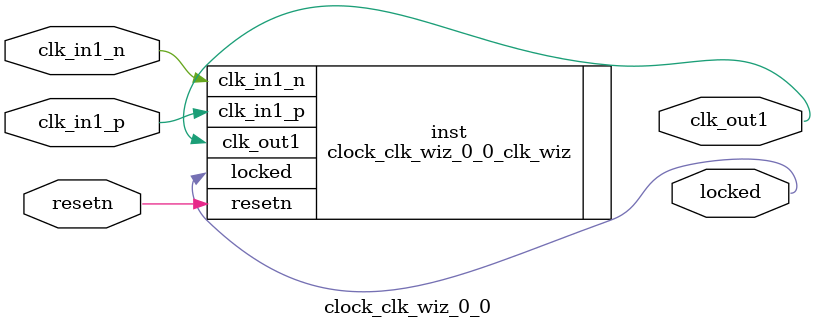
<source format=v>


`timescale 1ps/1ps

(* CORE_GENERATION_INFO = "clock_clk_wiz_0_0,clk_wiz_v6_0_5_0_0,{component_name=clock_clk_wiz_0_0,use_phase_alignment=false,use_min_o_jitter=false,use_max_i_jitter=false,use_dyn_phase_shift=false,use_inclk_switchover=false,use_dyn_reconfig=false,enable_axi=0,feedback_source=FDBK_AUTO,PRIMITIVE=MMCM,num_out_clk=1,clkin1_period=6.400,clkin2_period=10.0,use_power_down=false,use_reset=true,use_locked=true,use_inclk_stopped=false,feedback_type=SINGLE,CLOCK_MGR_TYPE=NA,manual_override=false}" *)

module clock_clk_wiz_0_0 
 (
  // Clock out ports
  output        clk_out1,
  // Status and control signals
  input         resetn,
  output        locked,
 // Clock in ports
  input         clk_in1_p,
  input         clk_in1_n
 );

  clock_clk_wiz_0_0_clk_wiz inst
  (
  // Clock out ports  
  .clk_out1(clk_out1),
  // Status and control signals               
  .resetn(resetn), 
  .locked(locked),
 // Clock in ports
  .clk_in1_p(clk_in1_p),
  .clk_in1_n(clk_in1_n)
  );

endmodule

</source>
